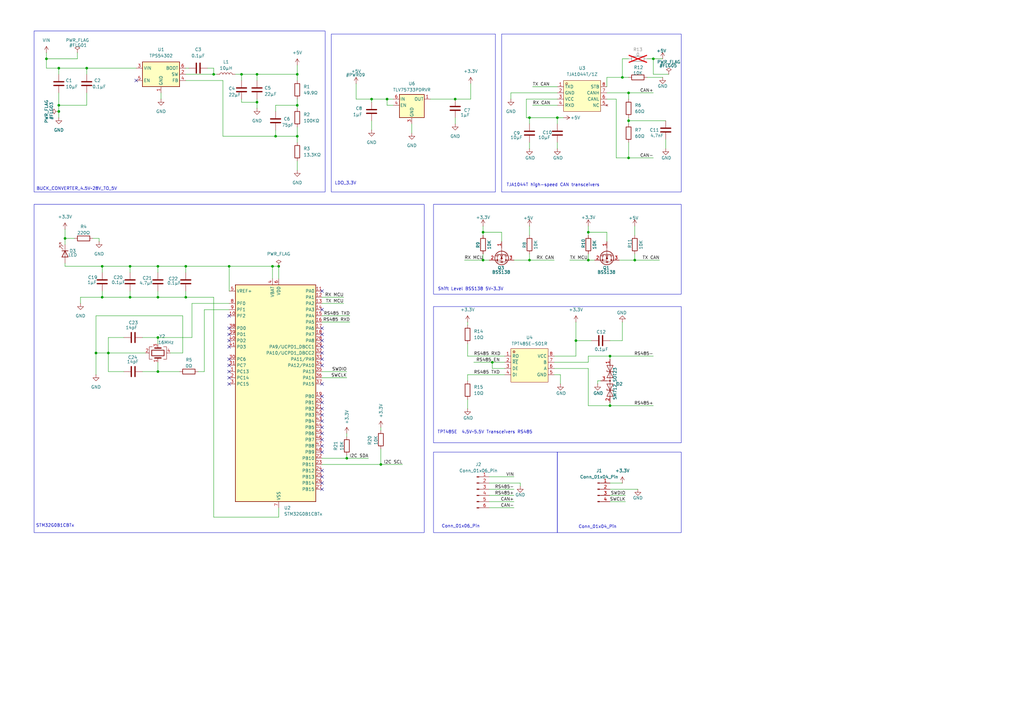
<source format=kicad_sch>
(kicad_sch (version 20231120) (generator "eeschema") (generator_version "8.0")
  (paper "A3")
  (title_block (title "Intern TransTRACK") (date "2025-02-12"))
  (lib_symbols
    (symbol "Connector:Conn_01x04_Pin" (pin_names (offset 1.016) hide)
      (property "Reference" "J" (at 0 5.08 0))
      (property "Value" "Conn_01x04_Pin" (at 0 -7.62 0))
      (symbol "Conn_01x04_Pin_1_1"
        (pin passive line (at 5.08 2.54 180) (length 3.81) (name "Pin_1") (number "1"))
        (pin passive line (at 5.08 0 180) (length 3.81) (name "Pin_2") (number "2"))
        (pin passive line (at 5.08 -2.54 180) (length 3.81) (name "Pin_3") (number "3"))
        (pin passive line (at 5.08 -5.08 180) (length 3.81) (name "Pin_4") (number "4"))
      )
    )
    (symbol "Connector:Conn_01x06_Pin" (pin_names (offset 1.016) hide)
      (property "Reference" "J" (at 0 7.62 0))
      (property "Value" "Conn_01x06_Pin" (at 0 -10.16 0))
      (symbol "Conn_01x06_Pin_1_1"
        (pin passive line (at 5.08 5.08 180) (length 3.81) (name "Pin_1") (number "1"))
        (pin passive line (at 5.08 2.54 180) (length 3.81) (name "Pin_2") (number "2"))
        (pin passive line (at 5.08 0 180) (length 3.81) (name "Pin_3") (number "3"))
        (pin passive line (at 5.08 -2.54 180) (length 3.81) (name "Pin_4") (number "4"))
        (pin passive line (at 5.08 -5.08 180) (length 3.81) (name "Pin_5") (number "5"))
        (pin passive line (at 5.08 -7.62 180) (length 3.81) (name "Pin_6") (number "6"))
      )
    )
    (symbol "Device:C" (pin_numbers hide) (pin_names (offset 0.254))
      (property "Reference" "C" (at 0.635 2.54 0))
      (property "Value" "C" (at 0.635 -2.54 0))
      (symbol "C_1_1"
        (pin passive line (at 0 3.81 270) (length 2.794) (name "~") (number "1"))
        (pin passive line (at 0 -3.81 90) (length 2.794) (name "~") (number "2"))
      )
    )
    (symbol "Device:Crystal_GND24" (pin_names (offset 1.016) hide)
      (property "Reference" "Y" (at 3.175 5.08 0))
      (property "Value" "Crystal_GND24" (at 3.175 3.175 0))
      (symbol "Crystal_GND24_1_1"
        (pin passive line (at -3.81 0 0) (length 1.27) (name "1") (number "1"))
        (pin passive line (at 0 5.08 270) (length 1.27) (name "2") (number "2"))
        (pin passive line (at 3.81 0 180) (length 1.27) (name "3") (number "3"))
        (pin passive line (at 0 -5.08 90) (length 1.27) (name "4") (number "4"))
      )
    )
    (symbol "Device:L" (pin_numbers hide) (pin_names (offset 1.016) hide)
      (property "Reference" "L" (at -1.27 0 90))
      (property "Value" "L" (at 1.905 0 90))
      (symbol "L_1_1"
        (pin passive line (at 0 3.81 270) (length 1.27) (name "1") (number "1"))
        (pin passive line (at 0 -3.81 90) (length 1.27) (name "2") (number "2"))
      )
    )
    (symbol "Device:LED" (pin_numbers hide) (pin_names (offset 1.016) hide)
      (property "Reference" "D" (at 0 2.54 0))
      (property "Value" "LED" (at 0 -2.54 0))
      (symbol "LED_1_1"
        (pin passive line (at -3.81 0 0) (length 2.54) (name "K") (number "1"))
        (pin passive line (at 3.81 0 180) (length 2.54) (name "A") (number "2"))
      )
    )
    (symbol "Device:R" (pin_numbers hide) (pin_names (offset 0))
      (property "Reference" "R" (at 2.032 0 90))
      (property "Value" "R" (at 0 0 90))
      (symbol "R_1_1"
        (pin passive line (at 0 3.81 270) (length 1.27) (name "~") (number "1"))
        (pin passive line (at 0 -3.81 90) (length 1.27) (name "~") (number "2"))
      )
    )
    (symbol "Diode:SM712_SOT23" (pin_names (offset 1.016) hide)
      (property "Reference" "D" (at 0 4.445 0))
      (property "Value" "SM712_SOT23" (at 0 2.54 0))
      (symbol "SM712_SOT23_1_1"
        (pin passive line (at -8.89 0 0) (length 2.54) (name "A1") (number "1"))
        (pin passive line (at 8.89 0 180) (length 2.54) (name "A2") (number "2"))
        (pin input line (at 0 -3.81 90) (length 2.54) (name "common") (number "3"))
      )
    )
    (symbol "MCU_ST_STM32G0:STM32G0B1CBTx"
      (property "Reference" "U" (at -15.24 46.99 0))
      (property "Value" "STM32G0B1CBTx" (at 5.08 46.99 0))
      (symbol "STM32G0B1CBTx_1_1"
        (pin bidirectional line (at -17.78 10.16 0) (length 2.54) (name "PC13") (number "1"))
        (pin bidirectional line (at -17.78 33.02 0) (length 2.54) (name "PF2") (number "10"))
        (pin bidirectional line (at 20.32 43.18 180) (length 2.54) (name "PA0") (number "11"))
        (pin bidirectional line (at 20.32 40.64 180) (length 2.54) (name "PA1") (number "12"))
        (pin bidirectional line (at 20.32 38.1 180) (length 2.54) (name "PA2") (number "13"))
        (pin bidirectional line (at 20.32 35.56 180) (length 2.54) (name "PA3") (number "14"))
        (pin bidirectional line (at 20.32 33.02 180) (length 2.54) (name "PA4") (number "15"))
        (pin bidirectional line (at 20.32 30.48 180) (length 2.54) (name "PA5") (number "16"))
        (pin bidirectional line (at 20.32 27.94 180) (length 2.54) (name "PA6") (number "17"))
        (pin bidirectional line (at 20.32 25.4 180) (length 2.54) (name "PA7") (number "18"))
        (pin bidirectional line (at 20.32 0 180) (length 2.54) (name "PB0") (number "19"))
        (pin bidirectional line (at -17.78 7.62 0) (length 2.54) (name "PC14") (number "2"))
        (pin bidirectional line (at 20.32 -2.54 180) (length 2.54) (name "PB1") (number "20"))
        (pin bidirectional line (at 20.32 -5.08 180) (length 2.54) (name "PB2") (number "21"))
        (pin bidirectional line (at 20.32 -25.4 180) (length 2.54) (name "PB10") (number "22"))
        (pin bidirectional line (at 20.32 -27.94 180) (length 2.54) (name "PB11") (number "23"))
        (pin bidirectional line (at 20.32 -30.48 180) (length 2.54) (name "PB12") (number "24"))
        (pin bidirectional line (at 20.32 -33.02 180) (length 2.54) (name "PB13") (number "25"))
        (pin bidirectional line (at 20.32 -35.56 180) (length 2.54) (name "PB14") (number "26"))
        (pin bidirectional line (at 20.32 -38.1 180) (length 2.54) (name "PB15") (number "27"))
        (pin bidirectional line (at 20.32 22.86 180) (length 2.54) (name "PA8") (number "28"))
        (pin bidirectional line (at 20.32 20.32 180) (length 2.54) (name "PA9/UCPD1_DBCC1") (number "29"))
        (pin bidirectional line (at -17.78 5.08 0) (length 2.54) (name "PC15") (number "3"))
        (pin bidirectional line (at -17.78 15.24 0) (length 2.54) (name "PC6") (number "30"))
        (pin bidirectional line (at -17.78 12.7 0) (length 2.54) (name "PC7") (number "31"))
        (pin bidirectional line (at 20.32 17.78 180) (length 2.54) (name "PA10/UCPD1_DBCC2") (number "32"))
        (pin bidirectional line (at 20.32 15.24 180) (length 2.54) (name "PA11/PA9") (number "33"))
        (pin bidirectional line (at 20.32 12.7 180) (length 2.54) (name "PA12/PA10") (number "34"))
        (pin bidirectional line (at 20.32 10.16 180) (length 2.54) (name "PA13") (number "35"))
        (pin bidirectional line (at 20.32 7.62 180) (length 2.54) (name "PA14") (number "36"))
        (pin bidirectional line (at 20.32 5.08 180) (length 2.54) (name "PA15") (number "37"))
        (pin bidirectional line (at -17.78 27.94 0) (length 2.54) (name "PD0") (number "38"))
        (pin bidirectional line (at -17.78 25.4 0) (length 2.54) (name "PD1") (number "39"))
        (pin power_in line (at 0 48.26 270) (length 2.54) (name "VBAT") (number "4"))
        (pin bidirectional line (at -17.78 22.86 0) (length 2.54) (name "PD2") (number "40"))
        (pin bidirectional line (at -17.78 20.32 0) (length 2.54) (name "PD3") (number "41"))
        (pin bidirectional line (at 20.32 -7.62 180) (length 2.54) (name "PB3") (number "42"))
        (pin bidirectional line (at 20.32 -10.16 180) (length 2.54) (name "PB4") (number "43"))
        (pin bidirectional line (at 20.32 -12.7 180) (length 2.54) (name "PB5") (number "44"))
        (pin bidirectional line (at 20.32 -15.24 180) (length 2.54) (name "PB6") (number "45"))
        (pin bidirectional line (at 20.32 -17.78 180) (length 2.54) (name "PB7") (number "46"))
        (pin bidirectional line (at 20.32 -20.32 180) (length 2.54) (name "PB8") (number "47"))
        (pin bidirectional line (at 20.32 -22.86 180) (length 2.54) (name "PB9") (number "48"))
        (pin input line (at -17.78 43.18 0) (length 2.54) (name "VREF+") (number "5"))
        (pin power_in line (at 2.54 48.26 270) (length 2.54) (name "VDD") (number "6"))
        (pin power_in line (at 2.54 -45.72 90) (length 2.54) (name "VSS") (number "7"))
        (pin bidirectional line (at -17.78 38.1 0) (length 2.54) (name "PF0") (number "8"))
        (pin bidirectional line (at -17.78 35.56 0) (length 2.54) (name "PF1") (number "9"))
      )
    )
    (symbol "Regulator_Linear:TLV75733PDRV" (pin_names (offset 0.254))
      (property "Reference" "U" (at -3.81 5.715 0))
      (property "Value" "TLV75733PDRV" (at 0 5.715 0))
      (symbol "TLV75733PDRV_1_1"
        (pin power_out line (at 7.62 2.54 180) (length 2.54) (name "OUT") (number "1"))
        (pin no_connect line (at 5.08 0 180) (length 2.54) hide (name "NC") (number "2"))
        (pin power_in line (at 0 -7.62 90) (length 2.54) (name "GND") (number "3"))
        (pin input line (at -7.62 0 0) (length 2.54) (name "EN") (number "4"))
        (pin no_connect line (at 5.08 -2.54 180) (length 2.54) hide (name "NC") (number "5"))
        (pin power_in line (at -7.62 2.54 0) (length 2.54) (name "IN") (number "6"))
        (pin passive line (at 0 -7.62 90) (length 2.54) hide (name "GND") (number "7"))
      )
    )
    (symbol "Regulator_Switching:TPS54302"
      (property "Reference" "U" (at -7.62 6.35 0))
      (property "Value" "TPS54302" (at 0 6.35 0))
      (symbol "TPS54302_1_1"
        (pin power_in line (at 0 -7.62 90) (length 2.54) (name "GND") (number "1"))
        (pin power_out line (at 10.16 0 180) (length 2.54) (name "SW") (number "2"))
        (pin power_in line (at -10.16 2.54 0) (length 2.54) (name "VIN") (number "3"))
        (pin input line (at 10.16 -2.54 180) (length 2.54) (name "FB") (number "4"))
        (pin input line (at -10.16 -2.54 0) (length 2.54) (name "EN") (number "5"))
        (pin passive line (at 10.16 2.54 180) (length 2.54) (name "BOOT") (number "6"))
      )
    )
    (symbol "TJA1044T:TJA1044T_1Z"
      (property "Reference" "U" (at 0 8.89 0))
      (property "Value" "TJA1044T/1Z" (at 0 -8.89 0))
      (symbol "TJA1044T_1Z_0_1"
        (pin power_in line (at -10.16 1.27 0) (length 2.54) (name "GND") (number "2"))
        (pin power_in line (at -10.16 -1.27 0) (length 2.54) (name "VCC") (number "3"))
        (pin bidirectional line (at -10.16 -3.81 0) (length 2.54) (name "RXD") (number "4"))
        (pin no_connect line (at 10.16 -3.81 180) (length 2.54) (name "NC") (number "5"))
        (pin bidirectional line (at 10.16 -1.27 180) (length 2.54) (name "CANL") (number "6"))
        (pin bidirectional line (at 10.16 1.27 180) (length 2.54) (name "CANH") (number "7"))
        (pin bidirectional line (at 10.16 3.81 180) (length 2.54) (name "STB") (number "8"))
      )
      (symbol "TJA1044T_1Z_1_1"
        (pin bidirectional line (at -10.16 3.81 0) (length 2.54) (name "TXD") (number "1"))
      )
    )
    (symbol "TPT485E-SO1R:TPT485E-SO1R"
      (property "Reference" "U" (at 0 10.16 0))
      (property "Value" "TPT485E-SO1R" (at 0 -7.62 0))
      (symbol "TPT485E-SO1R_0_1"
        (pin bidirectional line (at -10.16 5.08 0) (length 2.54) (name "RO") (number "1"))
        (pin bidirectional line (at -10.16 2.54 0) (length 2.54) (name "~{RE}") (number "2"))
        (pin bidirectional line (at -10.16 0 0) (length 2.54) (name "DE") (number "3"))
        (pin bidirectional line (at -10.16 -2.54 0) (length 2.54) (name "DI") (number "4"))
        (pin power_in line (at 10.16 -2.54 180) (length 2.54) (name "GND") (number "5"))
        (pin bidirectional line (at 10.16 0 180) (length 2.54) (name "A") (number "6"))
        (pin bidirectional line (at 10.16 2.54 180) (length 2.54) (name "B") (number "7"))
        (pin power_in line (at 10.16 5.08 180) (length 2.54) (name "VCC") (number "8"))
      )
    )
    (symbol "Transistor_FET:BSS138" (pin_names hide)
      (property "Reference" "Q" (at 5.08 1.905 0))
      (property "Value" "BSS138" (at 5.08 0 0))
      (symbol "BSS138_1_1"
        (pin input line (at -5.08 0 0) (length 2.54) (name "G") (number "1"))
        (pin passive line (at 2.54 -5.08 90) (length 2.54) (name "S") (number "2"))
        (pin passive line (at 2.54 5.08 270) (length 2.54) (name "D") (number "3"))
      )
    )
    (symbol "power:+3.3V" (power) (pin_numbers hide) (pin_names (offset 0) hide)
      (property "Value" "+3.3V" (at 0 3.556 0))
      (symbol "+3.3V_1_1"
        (pin power_in line (at 0 0 90) (length 0) (name "~") (number "1"))
      )
    )
    (symbol "power:+5V" (power) (pin_numbers hide) (pin_names (offset 0) hide)
      (property "Value" "+5V" (at 0 3.556 0))
      (symbol "+5V_1_1"
        (pin power_in line (at 0 0 90) (length 0) (name "~") (number "1"))
      )
    )
    (symbol "power:+8V" (power) (pin_numbers hide) (pin_names (offset 0) hide)
      (property "Value" "+8V" (at 0 3.556 0))
      (symbol "+8V_1_1"
        (pin power_in line (at 0 0 90) (length 0) (name "~") (number "1"))
      )
    )
    (symbol "power:GND" (power) (pin_numbers hide) (pin_names (offset 0) hide)
      (property "Value" "GND" (at 0 -3.81 0))
      (symbol "GND_1_1"
        (pin power_in line (at 0 0 270) (length 0) (name "~") (number "1"))
      )
    )
    (symbol "power:PWR_FLAG" (power) (pin_numbers hide) (pin_names (offset 0) hide)
      (property "Value" "PWR_FLAG" (at 0 3.81 0))
      (symbol "PWR_FLAG_0_0"
        (pin power_out line (at 0 0 90) (length 0) (name "~") (number "1"))
      )
    )
  )
  (junction (at 64.77 109.22))
  (junction (at 113.03 55.88))
  (junction (at 121.92 43.18))
  (junction (at 250.19 166.37))
  (junction (at 105.41 41.91))
  (junction (at 105.41 30.48))
  (junction (at 255.27 31.75))
  (junction (at 198.12 106.68))
  (junction (at 39.37 144.78))
  (junction (at 257.81 49.53))
  (junction (at 198.12 95.25))
  (junction (at 142.24 187.96))
  (junction (at 156.21 190.5))
  (junction (at 76.2 121.92))
  (junction (at 217.17 48.26))
  (junction (at 236.22 139.7))
  (junction (at 44.45 144.78))
  (junction (at 99.06 30.48))
  (junction (at 24.13 45.72))
  (junction (at 152.4 40.64))
  (junction (at 64.77 152.4))
  (junction (at 93.98 109.22))
  (junction (at 53.34 121.92))
  (junction (at 186.69 40.64))
  (junction (at 87.63 30.48))
  (junction (at 76.2 109.22))
  (junction (at 19.05 24.13))
  (junction (at 158.75 40.64))
  (junction (at 260.35 106.68))
  (junction (at 250.19 146.05))
  (junction (at 64.77 138.43))
  (junction (at 217.17 106.68))
  (junction (at 267.97 24.13))
  (junction (at 121.92 30.48))
  (junction (at 26.67 97.79))
  (junction (at 257.81 38.1))
  (junction (at 257.81 64.77))
  (junction (at 241.3 106.68))
  (junction (at 35.56 27.94))
  (junction (at 121.92 55.88))
  (junction (at 111.76 109.22))
  (junction (at 24.13 27.94))
  (junction (at 64.77 121.92))
  (junction (at 53.34 109.22))
  (junction (at 24.13 43.18))
  (junction (at 41.91 109.22))
  (junction (at 41.91 121.92))
  (junction (at 228.6 48.26))
  (junction (at 241.3 95.25))
  (junction (at 201.93 148.59))
  (junction (at 114.3 109.22))
  (no_connect (at 132.08 182.88))
  (no_connect (at 132.08 198.12))
  (no_connect (at 93.98 137.16))
  (no_connect (at 132.08 162.56))
  (no_connect (at 93.98 142.24))
  (no_connect (at 132.08 127))
  (no_connect (at 132.08 142.24))
  (no_connect (at 132.08 144.78))
  (no_connect (at 132.08 119.38))
  (no_connect (at 132.08 157.48))
  (no_connect (at 93.98 152.4))
  (no_connect (at 132.08 149.86))
  (no_connect (at 132.08 167.64))
  (no_connect (at 132.08 193.04))
  (no_connect (at 132.08 137.16))
  (no_connect (at 132.08 170.18))
  (no_connect (at 132.08 139.7))
  (no_connect (at 93.98 154.94))
  (no_connect (at 132.08 165.1))
  (no_connect (at 55.88 33.02))
  (no_connect (at 132.08 147.32))
  (no_connect (at 93.98 139.7))
  (no_connect (at 132.08 175.26))
  (no_connect (at 132.08 185.42))
  (no_connect (at 132.08 200.66))
  (no_connect (at 93.98 129.54))
  (no_connect (at 93.98 147.32))
  (no_connect (at 93.98 134.62))
  (no_connect (at 132.08 134.62))
  (no_connect (at 132.08 172.72))
  (no_connect (at 93.98 149.86))
  (no_connect (at 132.08 195.58))
  (no_connect (at 132.08 180.34))
  (no_connect (at 93.98 157.48))
  (no_connect (at 132.08 177.8))
  (wire (pts (xy 271.78 31.75) (xy 265.43 31.75)))
  (wire (pts (xy 250.19 198.12) (xy 255.27 198.12)))
  (wire (pts (xy 87.63 121.92) (xy 87.63 212.09)))
  (wire (pts (xy 236.22 132.08) (xy 236.22 139.7)))
  (wire (pts (xy 33.02 121.92) (xy 33.02 124.46)))
  (wire (pts (xy 260.35 106.68) (xy 254 106.68)))
  (wire (pts (xy 83.82 127) (xy 83.82 152.4)))
  (wire (pts (xy 99.06 30.48) (xy 105.41 30.48)))
  (wire (pts (xy 41.91 119.38) (xy 41.91 121.92)))
  (wire (pts (xy 227.33 151.13) (xy 241.3 151.13)))
  (wire (pts (xy 132.08 132.08) (xy 143.51 132.08)))
  (wire (pts (xy 241.3 146.05) (xy 250.19 146.05)))
  (wire (pts (xy 41.91 109.22) (xy 41.91 111.76)))
  (wire (pts (xy 114.3 114.3) (xy 114.3 109.22)))
  (wire (pts (xy 44.45 144.78) (xy 59.69 144.78)))
  (wire (pts (xy 210.82 205.74) (xy 200.66 205.74)))
  (wire (pts (xy 198.12 96.52) (xy 198.12 95.25)))
  (wire (pts (xy 114.3 109.22) (xy 111.76 109.22)))
  (wire (pts (xy 87.63 27.94) (xy 87.63 30.48)))
  (wire (pts (xy 76.2 109.22) (xy 93.98 109.22)))
  (wire (pts (xy 113.03 43.18) (xy 113.03 45.72)))
  (wire (pts (xy 198.12 95.25) (xy 198.12 92.71)))
  (wire (pts (xy 99.06 41.91) (xy 105.41 41.91)))
  (wire (pts (xy 176.53 40.64) (xy 186.69 40.64)))
  (wire (pts (xy 210.82 203.2) (xy 200.66 203.2)))
  (wire (pts (xy 271.78 24.13) (xy 267.97 24.13)))
  (wire (pts (xy 241.3 151.13) (xy 241.3 166.37)))
  (wire (pts (xy 140.97 121.92) (xy 132.08 121.92)))
  (wire (pts (xy 24.13 38.1) (xy 24.13 43.18)))
  (wire (pts (xy 156.21 190.5) (xy 156.21 184.15)))
  (wire (pts (xy 69.85 144.78) (xy 74.93 144.78)))
  (wire (pts (xy 215.9 40.64) (xy 215.9 48.26)))
  (wire (pts (xy 35.56 27.94) (xy 35.56 30.48)))
  (wire (pts (xy 248.92 40.64) (xy 252.73 40.64)))
  (wire (pts (xy 53.34 109.22) (xy 41.91 109.22)))
  (wire (pts (xy 257.81 64.77) (xy 257.81 58.42)))
  (wire (pts (xy 105.41 33.02) (xy 105.41 30.48)))
  (wire (pts (xy 64.77 121.92) (xy 53.34 121.92)))
  (wire (pts (xy 255.27 24.13) (xy 255.27 31.75)))
  (wire (pts (xy 105.41 30.48) (xy 121.92 30.48)))
  (wire (pts (xy 236.22 139.7) (xy 242.57 139.7)))
  (wire (pts (xy 227.33 148.59) (xy 241.3 148.59)))
  (wire (pts (xy 158.75 40.64) (xy 161.29 40.64)))
  (wire (pts (xy 250.19 146.05) (xy 250.19 147.32)))
  (wire (pts (xy 35.56 38.1) (xy 35.56 43.18)))
  (wire (pts (xy 250.19 166.37) (xy 267.97 166.37)))
  (wire (pts (xy 241.3 166.37) (xy 250.19 166.37)))
  (wire (pts (xy 190.5 106.68) (xy 198.12 106.68)))
  (wire (pts (xy 66.04 40.64) (xy 66.04 38.1)))
  (wire (pts (xy 35.56 27.94) (xy 55.88 27.94)))
  (wire (pts (xy 132.08 187.96) (xy 142.24 187.96)))
  (wire (pts (xy 152.4 49.53) (xy 152.4 53.34)))
  (wire (pts (xy 260.35 104.14) (xy 260.35 106.68)))
  (wire (pts (xy 257.81 64.77) (xy 267.97 64.77)))
  (wire (pts (xy 78.74 124.46) (xy 78.74 138.43)))
  (wire (pts (xy 64.77 111.76) (xy 64.77 109.22)))
  (wire (pts (xy 273.05 49.53) (xy 257.81 49.53)))
  (wire (pts (xy 87.63 212.09) (xy 114.3 212.09)))
  (wire (pts (xy 210.82 195.58) (xy 200.66 195.58)))
  (wire (pts (xy 217.17 48.26) (xy 228.6 48.26)))
  (wire (pts (xy 257.81 48.26) (xy 257.81 49.53)))
  (wire (pts (xy 158.75 40.64) (xy 158.75 43.18)))
  (wire (pts (xy 250.19 203.2) (xy 256.54 203.2)))
  (wire (pts (xy 64.77 138.43) (xy 78.74 138.43)))
  (wire (pts (xy 217.17 50.8) (xy 217.17 48.26)))
  (wire (pts (xy 241.3 106.68) (xy 243.84 106.68)))
  (wire (pts (xy 168.91 54.61) (xy 168.91 50.8)))
  (wire (pts (xy 58.42 138.43) (xy 64.77 138.43)))
  (wire (pts (xy 26.67 109.22) (xy 41.91 109.22)))
  (wire (pts (xy 191.77 140.97) (xy 191.77 146.05)))
  (wire (pts (xy 93.98 124.46) (xy 78.74 124.46)))
  (wire (pts (xy 191.77 167.64) (xy 191.77 163.83)))
  (wire (pts (xy 85.09 27.94) (xy 87.63 27.94)))
  (wire (pts (xy 30.48 97.79) (xy 26.67 97.79)))
  (wire (pts (xy 19.05 21.59) (xy 19.05 24.13)))
  (wire (pts (xy 255.27 132.08) (xy 255.27 139.7)))
  (wire (pts (xy 50.8 152.4) (xy 44.45 152.4)))
  (wire (pts (xy 248.92 38.1) (xy 257.81 38.1)))
  (wire (pts (xy 31.75 21.59) (xy 31.75 24.13)))
  (wire (pts (xy 209.55 38.1) (xy 209.55 40.64)))
  (wire (pts (xy 53.34 121.92) (xy 41.91 121.92)))
  (wire (pts (xy 96.52 30.48) (xy 99.06 30.48)))
  (wire (pts (xy 245.11 156.21) (xy 246.38 156.21)))
  (wire (pts (xy 156.21 190.5) (xy 165.1 190.5)))
  (wire (pts (xy 217.17 106.68) (xy 210.82 106.68)))
  (wire (pts (xy 191.77 153.67) (xy 191.77 156.21)))
  (wire (pts (xy 93.98 109.22) (xy 111.76 109.22)))
  (wire (pts (xy 132.08 154.94) (xy 142.24 154.94)))
  (wire (pts (xy 113.03 55.88) (xy 121.92 55.88)))
  (wire (pts (xy 152.4 40.64) (xy 146.05 40.64)))
  (wire (pts (xy 250.19 139.7) (xy 255.27 139.7)))
  (wire (pts (xy 93.98 109.22) (xy 93.98 119.38)))
  (wire (pts (xy 241.3 96.52) (xy 241.3 95.25)))
  (wire (pts (xy 161.29 43.18) (xy 158.75 43.18)))
  (wire (pts (xy 191.77 153.67) (xy 207.01 153.67)))
  (wire (pts (xy 248.92 31.75) (xy 248.92 35.56)))
  (wire (pts (xy 24.13 45.72) (xy 24.13 48.26)))
  (wire (pts (xy 24.13 27.94) (xy 35.56 27.94)))
  (wire (pts (xy 260.35 96.52) (xy 260.35 92.71)))
  (wire (pts (xy 58.42 152.4) (xy 64.77 152.4)))
  (wire (pts (xy 228.6 50.8) (xy 228.6 48.26)))
  (wire (pts (xy 250.19 200.66) (xy 261.62 200.66)))
  (wire (pts (xy 191.77 146.05) (xy 207.01 146.05)))
  (wire (pts (xy 26.67 100.33) (xy 26.67 97.79)))
  (wire (pts (xy 76.2 121.92) (xy 64.77 121.92)))
  (wire (pts (xy 217.17 96.52) (xy 217.17 92.71)))
  (wire (pts (xy 257.81 38.1) (xy 267.97 38.1)))
  (wire (pts (xy 241.3 148.59) (xy 241.3 146.05)))
  (wire (pts (xy 146.05 34.29) (xy 146.05 40.64)))
  (wire (pts (xy 44.45 138.43) (xy 50.8 138.43)))
  (wire (pts (xy 200.66 208.28) (xy 210.82 208.28)))
  (wire (pts (xy 273.05 57.15) (xy 273.05 60.96)))
  (wire (pts (xy 44.45 152.4) (xy 44.45 144.78)))
  (wire (pts (xy 39.37 144.78) (xy 44.45 144.78)))
  (wire (pts (xy 35.56 43.18) (xy 24.13 43.18)))
  (wire (pts (xy 121.92 43.18) (xy 121.92 44.45)))
  (wire (pts (xy 91.44 55.88) (xy 113.03 55.88)))
  (wire (pts (xy 91.44 33.02) (xy 91.44 55.88)))
  (wire (pts (xy 229.87 153.67) (xy 229.87 157.48)))
  (wire (pts (xy 198.12 95.25) (xy 205.74 95.25)))
  (wire (pts (xy 218.44 35.56) (xy 228.6 35.56)))
  (wire (pts (xy 245.11 156.21) (xy 245.11 157.48)))
  (wire (pts (xy 113.03 53.34) (xy 113.03 55.88)))
  (wire (pts (xy 142.24 186.69) (xy 142.24 187.96)))
  (wire (pts (xy 87.63 30.48) (xy 88.9 30.48)))
  (wire (pts (xy 205.74 99.06) (xy 205.74 95.25)))
  (wire (pts (xy 233.68 106.68) (xy 241.3 106.68)))
  (wire (pts (xy 217.17 58.42) (xy 217.17 60.96)))
  (wire (pts (xy 132.08 129.54) (xy 143.51 129.54)))
  (wire (pts (xy 252.73 64.77) (xy 257.81 64.77)))
  (wire (pts (xy 191.77 132.08) (xy 191.77 133.35)))
  (wire (pts (xy 41.91 121.92) (xy 33.02 121.92)))
  (wire (pts (xy 74.93 144.78) (xy 74.93 129.54)))
  (wire (pts (xy 257.81 38.1) (xy 257.81 40.64)))
  (wire (pts (xy 209.55 38.1) (xy 228.6 38.1)))
  (wire (pts (xy 194.31 148.59) (xy 201.93 148.59)))
  (wire (pts (xy 200.66 198.12) (xy 213.36 198.12)))
  (wire (pts (xy 201.93 148.59) (xy 207.01 148.59)))
  (wire (pts (xy 26.67 107.95) (xy 26.67 109.22)))
  (wire (pts (xy 19.05 27.94) (xy 24.13 27.94)))
  (wire (pts (xy 186.69 48.26) (xy 186.69 50.8)))
  (wire (pts (xy 227.33 146.05) (xy 236.22 146.05)))
  (wire (pts (xy 24.13 43.18) (xy 24.13 45.72)))
  (wire (pts (xy 274.32 30.48) (xy 267.97 30.48)))
  (wire (pts (xy 76.2 33.02) (xy 91.44 33.02)))
  (wire (pts (xy 113.03 43.18) (xy 121.92 43.18)))
  (wire (pts (xy 121.92 40.64) (xy 121.92 43.18)))
  (wire (pts (xy 53.34 119.38) (xy 53.34 121.92)))
  (wire (pts (xy 121.92 52.07) (xy 121.92 55.88)))
  (wire (pts (xy 193.04 40.64) (xy 186.69 40.64)))
  (wire (pts (xy 132.08 190.5) (xy 156.21 190.5)))
  (wire (pts (xy 255.27 24.13) (xy 257.81 24.13)))
  (wire (pts (xy 260.35 106.68) (xy 270.51 106.68)))
  (wire (pts (xy 201.93 151.13) (xy 207.01 151.13)))
  (wire (pts (xy 217.17 106.68) (xy 227.33 106.68)))
  (wire (pts (xy 76.2 27.94) (xy 77.47 27.94)))
  (wire (pts (xy 198.12 106.68) (xy 200.66 106.68)))
  (wire (pts (xy 267.97 24.13) (xy 265.43 24.13)))
  (wire (pts (xy 111.76 109.22) (xy 111.76 114.3)))
  (wire (pts (xy 39.37 129.54) (xy 74.93 129.54)))
  (wire (pts (xy 218.44 43.18) (xy 228.6 43.18)))
  (wire (pts (xy 255.27 31.75) (xy 248.92 31.75)))
  (wire (pts (xy 250.19 146.05) (xy 267.97 146.05)))
  (wire (pts (xy 198.12 106.68) (xy 198.12 104.14)))
  (wire (pts (xy 19.05 24.13) (xy 31.75 24.13)))
  (wire (pts (xy 156.21 175.26) (xy 156.21 176.53)))
  (wire (pts (xy 257.81 49.53) (xy 257.81 50.8)))
  (wire (pts (xy 201.93 148.59) (xy 201.93 151.13)))
  (wire (pts (xy 39.37 129.54) (xy 39.37 144.78)))
  (wire (pts (xy 64.77 138.43) (xy 64.77 140.97)))
  (wire (pts (xy 76.2 111.76) (xy 76.2 109.22)))
  (wire (pts (xy 228.6 48.26) (xy 231.14 48.26)))
  (wire (pts (xy 76.2 30.48) (xy 87.63 30.48)))
  (wire (pts (xy 248.92 99.06) (xy 248.92 95.25)))
  (wire (pts (xy 121.92 26.67) (xy 121.92 30.48)))
  (wire (pts (xy 241.3 95.25) (xy 248.92 95.25)))
  (wire (pts (xy 39.37 144.78) (xy 39.37 153.67)))
  (wire (pts (xy 99.06 30.48) (xy 99.06 33.02)))
  (wire (pts (xy 215.9 40.64) (xy 228.6 40.64)))
  (wire (pts (xy 64.77 109.22) (xy 53.34 109.22)))
  (wire (pts (xy 105.41 41.91) (xy 105.41 40.64)))
  (wire (pts (xy 250.19 205.74) (xy 256.54 205.74)))
  (wire (pts (xy 99.06 40.64) (xy 99.06 41.91)))
  (wire (pts (xy 121.92 55.88) (xy 121.92 58.42)))
  (wire (pts (xy 241.3 106.68) (xy 241.3 104.14)))
  (wire (pts (xy 252.73 40.64) (xy 252.73 64.77)))
  (wire (pts (xy 213.36 199.39) (xy 213.36 198.12)))
  (wire (pts (xy 255.27 31.75) (xy 257.81 31.75)))
  (wire (pts (xy 93.98 127) (xy 83.82 127)))
  (wire (pts (xy 267.97 30.48) (xy 267.97 24.13)))
  (wire (pts (xy 81.28 152.4) (xy 83.82 152.4)))
  (wire (pts (xy 142.24 177.8) (xy 142.24 179.07)))
  (wire (pts (xy 64.77 119.38) (xy 64.77 121.92)))
  (wire (pts (xy 227.33 153.67) (xy 229.87 153.67)))
  (wire (pts (xy 76.2 119.38) (xy 76.2 121.92)))
  (wire (pts (xy 132.08 124.46) (xy 140.97 124.46)))
  (wire (pts (xy 121.92 66.04) (xy 121.92 69.85)))
  (wire (pts (xy 38.1 97.79) (xy 40.64 97.79)))
  (wire (pts (xy 193.04 34.29) (xy 193.04 40.64)))
  (wire (pts (xy 26.67 93.98) (xy 26.67 97.79)))
  (wire (pts (xy 53.34 111.76) (xy 53.34 109.22)))
  (wire (pts (xy 132.08 152.4) (xy 142.24 152.4)))
  (wire (pts (xy 76.2 109.22) (xy 64.77 109.22)))
  (wire (pts (xy 142.24 187.96) (xy 151.13 187.96)))
  (wire (pts (xy 152.4 40.64) (xy 152.4 41.91)))
  (wire (pts (xy 236.22 139.7) (xy 236.22 146.05)))
  (wire (pts (xy 217.17 104.14) (xy 217.17 106.68)))
  (wire (pts (xy 24.13 30.48) (xy 24.13 27.94)))
  (wire (pts (xy 114.3 212.09) (xy 114.3 208.28)))
  (wire (pts (xy 228.6 58.42) (xy 228.6 60.96)))
  (wire (pts (xy 121.92 33.02) (xy 121.92 30.48)))
  (wire (pts (xy 241.3 95.25) (xy 241.3 92.71)))
  (wire (pts (xy 19.05 24.13) (xy 19.05 27.94)))
  (wire (pts (xy 210.82 200.66) (xy 200.66 200.66)))
  (wire (pts (xy 152.4 40.64) (xy 158.75 40.64)))
  (wire (pts (xy 215.9 48.26) (xy 217.17 48.26)))
  (wire (pts (xy 64.77 152.4) (xy 73.66 152.4)))
  (wire (pts (xy 76.2 121.92) (xy 87.63 121.92)))
  (wire (pts (xy 250.19 166.37) (xy 250.19 165.1)))
  (wire (pts (xy 105.41 41.91) (xy 105.41 44.45)))
  (wire (pts (xy 64.77 148.59) (xy 64.77 152.4)))
  (wire (pts (xy 40.64 97.79) (xy 40.64 99.06)))
  (wire (pts (xy 44.45 144.78) (xy 44.45 138.43)))
  (rectangle (start 205.74 13.97) (end 279.4 78.74))
  (rectangle (start 177.8 125.73) (end 279.4 181.61))
  (rectangle (start 177.8 185.42) (end 228.6 218.44))
  (rectangle (start 13.97 12.7) (end 133.35 78.74))
  (rectangle (start 228.6 185.42) (end 279.4 218.44))
  (rectangle (start 177.8 83.82) (end 279.4 120.65))
  (rectangle (start 135.89 13.97) (end 203.2 78.74))
  (rectangle (start 13.97 83.82) (end 173.99 218.44))
  (text "STM32G0B1CBTx" (at 22.606 215.646 0) (effects (font (size 1.27 1.27))))
  (text "TPT485E  4.5V~5.5V Transceivers RS485 " (at 199.39 177.292 0) (effects (font (size 1.27 1.27))))
  (text "TJA1044T high-speed CAN transceivers" (at 226.822 75.946 0) (effects (font (size 1.27 1.27))))
  (text "Shift Level BSS138 5V~3.3V" (at 193.04 118.618 0) (effects (font (size 1.27 1.27))))
  (text "Conn_01x04_Pin" (at 245.11 216.154 0) (effects (font (size 1.27 1.27))))
  (text "Conn_01x06_Pin" (at 188.976 215.9 0) (effects (font (size 1.27 1.27))))
  (text "BUCK_CONVERTER_4.5V~28V_TO_5V" (at 31.496 77.47 0) (effects (font (size 1.27 1.27))))
  (text "LDO_3.3V" (at 141.732 75.184 0) (effects (font (size 1.27 1.27))))
  (label "CAN-" (at 267.97 64.77 180))
  (label "RS485+" (at 267.97 166.37 180))
  (label "SWDIO" (at 142.24 152.4 180))
  (label "RS485-" (at 210.82 200.66 180))
  (label "RS485 TXD" (at 194.31 153.67 0))
  (label "RX CAN" (at 218.44 43.18 0))
  (label "SWDIO" (at 256.54 203.2 180))
  (label "I2C SCL" (at 165.1 190.5 180))
  (label "RX MCU" (at 190.5 106.68 0))
  (label "TX MCU" (at 140.97 124.46 180))
  (label "TX MCU" (at 233.68 106.68 0))
  (label "RS485-" (at 267.97 146.05 180))
  (label "CAN-" (at 210.82 208.28 180))
  (label "RS485+" (at 210.82 203.2 180))
  (label "TX CAN" (at 270.51 106.68 180))
  (label "RS485 TXD" (at 143.51 129.54 180))
  (label "CAN+" (at 210.82 205.74 180))
  (label "VIN" (at 210.82 195.58 180))
  (label "CAN+" (at 267.97 38.1 180))
  (label "SWCLK" (at 256.54 205.74 180))
  (label "SWCLK" (at 142.24 154.94 180))
  (label "RS485 RXD" (at 194.31 146.05 0))
  (label "TX CAN" (at 218.44 35.56 0))
  (label "RX MCU" (at 140.97 121.92 180))
  (label "RS485 RXD" (at 143.51 132.08 180))
  (label " RS485 EN" (at 194.31 148.59 0))
  (label "I2C SDA" (at 151.13 187.96 180))
  (label "RX CAN" (at 227.33 106.68 180))
  (symbol (lib_id "power:+5V") (at 121.92 26.67 0) (unit 1)
    (property "Reference" "#PWR013" (effects (hide yes)))
    (property "Value" "+5V" (at 121.92 21.59 0))
    (property "Description" "Power symbol creates a global label with name \"+5V\"" (effects (hide yes)))
  )
  (symbol (lib_id "power:GND") (at 213.36 199.39 0) (unit 1)
    (property "Reference" "#PWR011" (effects (hide yes)))
    (property "Value" "GND" (at 213.36 202.946 0))
    (property "Description" "Power symbol creates a global label with name \"GND\" , ground" (effects (hide yes)))
  )
  (symbol (lib_id "Device:C") (at 113.03 49.53 0) (unit 1)
    (property "Reference" "C6" (at 116.332 48.7679 0) (effects (justify left)))
    (property "Value" "75pF" (at 115.57 51.308 0) (effects (justify left)))
    (property "Footprint" "Capacitor_SMD:C_0805_2012Metric_Pad1.18x1.45mm_HandSolder" (effects (hide yes)))
    (property "Description" "Unpolarized capacitor" (effects (hide yes)))
  )
  (symbol (lib_id "Device:C") (at 217.17 54.61 0) (unit 1)
    (property "Reference" "C9" (at 210.566 54.61 0) (effects (justify left)))
    (property "Value" "10µF" (at 209.296 56.388 0) (effects (justify left)))
    (property "Footprint" "Capacitor_SMD:C_0805_2012Metric_Pad1.18x1.45mm_HandSolder" (effects (hide yes)))
    (property "Description" "Unpolarized capacitor" (effects (hide yes)))
  )
  (symbol (lib_id "power:+5V") (at 146.05 34.29 0) (mirror y) (unit 1)
    (property "Reference" "#PWR09" (at 145.796 30.734 0))
    (property "Value" "+5V" (at 146.05 29.21 0))
    (property "Description" "Power symbol creates a global label with name \"+5V\"" (effects (hide yes)))
  )
  (symbol (lib_id "power:GND") (at 105.41 44.45 0) (unit 1)
    (property "Reference" "#PWR05" (effects (hide yes)))
    (property "Value" "GND" (at 105.41 49.53 0))
    (property "Description" "Power symbol creates a global label with name \"GND\" , ground" (effects (hide yes)))
  )
  (symbol (lib_id "power:+3.3V") (at 193.04 34.29 0) (mirror y) (unit 1)
    (property "Reference" "#PWR010" (effects (hide yes)))
    (property "Value" "+3.3V" (at 193.04 29.21 0))
    (property "Description" "Power symbol creates a global label with name \"+3.3V\"" (effects (hide yes)))
  )
  (symbol (lib_id "power:GND") (at 217.17 60.96 0) (unit 1)
    (property "Reference" "#PWR023" (effects (hide yes)))
    (property "Value" "GND" (at 217.424 64.77 0))
    (property "Description" "Power symbol creates a global label with name \"GND\" , ground" (effects (hide yes)))
  )
  (symbol (lib_id "power:GND") (at 66.04 40.64 0) (unit 1)
    (property "Reference" "#PWR03" (effects (hide yes)))
    (property "Value" "GND" (at 66.04 45.72 0))
    (property "Description" "Power symbol creates a global label with name \"GND\" , ground" (effects (hide yes)))
  )
  (symbol (lib_id "power:GND") (at 245.11 157.48 0) (unit 1)
    (property "Reference" "#PWR026" (effects (hide yes)))
    (property "Value" "GND" (at 245.364 161.29 0))
    (property "Description" "Power symbol creates a global label with name \"GND\" , ground" (effects (hide yes)))
  )
  (symbol (lib_id "MCU_ST_STM32G0:STM32G0B1CBTx") (at 111.76 162.56 0) (unit 1)
    (property "Reference" "U2" (at 116.4941 208.28 0) (effects (justify left)))
    (property "Value" "STM32G0B1CBTx" (at 116.4941 210.82 0) (effects (justify left)))
    (property "Footprint" "Package_QFP:LQFP-48_7x7mm_P0.5mm" (effects (hide yes)))
    (property "Datasheet" "https://www.st.com/resource/en/datasheet/stm32g0b1cb.pdf" (effects (hide yes)))
    (property "Description" "STMicroelectronics Arm Cortex-M0+ MCU, 128KB flash, 144KB RAM, 64 MHz, 1.7-3.6V, 44 GPIO, LQFP48" (effects (hide yes)))
  )
  (symbol (lib_id "Device:R") (at 121.92 36.83 0) (unit 1)
    (property "Reference" "R1" (at 124.46 35.5599 0) (effects (justify left)))
    (property "Value" "49.9Ω" (at 124.46 38.0999 0) (effects (justify left)))
    (property "Footprint" "Resistor_SMD:R_0805_2012Metric_Pad1.20x1.40mm_HandSolder" (effects (hide yes)))
    (property "Description" "Resistor" (effects (hide yes)))
  )
  (symbol (lib_id "Device:R") (at 191.77 160.02 0) (unit 1)
    (property "Reference" "R15" (at 194.31 158.7499 0) (effects (justify left)))
    (property "Value" "10Ω" (at 194.31 161.2899 0) (effects (justify left)))
    (property "Footprint" "Resistor_SMD:R_0805_2012Metric_Pad1.20x1.40mm_HandSolder" (effects (hide yes)))
    (property "Description" "Resistor" (effects (hide yes)))
  )
  (symbol (lib_id "Device:C") (at 54.61 138.43 90) (unit 1)
    (property "Reference" "C23" (at 56.642 132.334 90) (effects (justify left)))
    (property "Value" "14pF" (at 56.388 134.366 90) (effects (justify left)))
    (property "Footprint" "Capacitor_SMD:C_0805_2012Metric_Pad1.18x1.45mm_HandSolder" (effects (hide yes)))
    (property "Description" "Unpolarized capacitor" (effects (hide yes)))
  )
  (symbol (lib_id "power:GND") (at 229.87 157.48 0) (unit 1)
    (property "Reference" "#PWR027" (effects (hide yes)))
    (property "Value" "GND" (at 230.124 161.29 0))
    (property "Description" "Power symbol creates a global label with name \"GND\" , ground" (effects (hide yes)))
  )
  (symbol (lib_id "Device:R") (at 142.24 182.88 0) (mirror y) (unit 1)
    (property "Reference" "R21" (at 137.668 182.88 90))
    (property "Value" "10K" (at 140.208 182.88 90))
    (property "Footprint" "Resistor_SMD:R_0805_2012Metric_Pad1.20x1.40mm_HandSolder" (effects (hide yes)))
    (property "Description" "Resistor" (effects (hide yes)))
  )
  (symbol (lib_id "power:GND") (at 33.02 124.46 0) (unit 1)
    (property "Reference" "#PWR039" (effects (hide yes)))
    (property "Value" "GND" (at 33.02 129.54 0))
    (property "Description" "Power symbol creates a global label with name \"GND\" , ground" (effects (hide yes)))
  )
  (symbol (lib_id "Connector:Conn_01x06_Pin") (at 195.58 200.66 0) (unit 1)
    (property "Reference" "J2" (at 196.215 190.5 0))
    (property "Value" "Conn_01x06_Pin" (at 196.215 193.04 0))
    (property "Footprint" "Connector_PinSocket_2.54mm:PinSocket_1x06_P2.54mm_Vertical" (effects (hide yes)))
    (property "Description" "Generic connector, single row, 01x06, script generated" (effects (hide yes)))
  )
  (symbol (lib_id "power:GND") (at 168.91 54.61 0) (unit 1)
    (property "Reference" "#PWR08" (effects (hide yes)))
    (property "Value" "GND" (at 168.91 59.69 0))
    (property "Description" "Power symbol creates a global label with name \"GND\" , ground" (effects (hide yes)))
  )
  (symbol (lib_id "Device:R") (at 261.62 24.13 270) (unit 1) (dnp yes)
    (property "Reference" "R13" (at 261.62 20.32 90))
    (property "Value" "0" (at 261.62 22.352 90))
    (property "Footprint" "Resistor_SMD:R_0805_2012Metric_Pad1.20x1.40mm_HandSolder" (effects (hide yes)))
    (property "Description" "Resistor" (effects (hide yes)))
  )
  (symbol (lib_id "Device:C") (at 99.06 36.83 0) (unit 1)
    (property "Reference" "C4" (at 93.726 36.322 0) (effects (justify left)))
    (property "Value" "22µF" (at 93.726 38.862 0) (effects (justify left)))
    (property "Footprint" "Capacitor_SMD:C_0805_2012Metric_Pad1.18x1.45mm_HandSolder" (effects (hide yes)))
    (property "Description" "Unpolarized capacitor" (effects (hide yes)))
  )
  (symbol (lib_id "Device:C") (at 53.34 115.57 0) (unit 1)
    (property "Reference" "C20" (at 46.482 113.792 0) (effects (justify left)))
    (property "Value" "0.1µF" (at 45.72 115.824 0) (effects (justify left)))
    (property "Footprint" "Capacitor_SMD:C_0805_2012Metric_Pad1.18x1.45mm_HandSolder" (effects (hide yes)))
    (property "Description" "Unpolarized capacitor" (effects (hide yes)))
  )
  (symbol (lib_id "power:PWR_FLAG") (at 24.13 45.72 90) (unit 1)
    (property "Reference" "#FLG03" (at 21.082 45.466 0))
    (property "Value" "PWR_FLAG" (at 19.05 45.72 0))
    (property "Description" "Special symbol for telling ERC where power comes from" (effects (hide yes)))
  )
  (symbol (lib_id "power:+3.3V") (at 255.27 198.12 0) (mirror y) (unit 1)
    (property "Reference" "#PWR037" (effects (hide yes)))
    (property "Value" "+3.3V" (at 255.27 193.04 0))
    (property "Description" "Power symbol creates a global label with name \"+3.3V\"" (effects (hide yes)))
  )
  (symbol (lib_id "power:GND") (at 273.05 60.96 0) (unit 1)
    (property "Reference" "#PWR014" (effects (hide yes)))
    (property "Value" "GND" (at 273.304 64.77 0))
    (property "Description" "Power symbol creates a global label with name \"GND\" , ground" (effects (hide yes)))
  )
  (symbol (lib_id "Device:C") (at 24.13 34.29 0) (unit 1)
    (property "Reference" "C1" (at 26.924 33.02 0) (effects (justify left)))
    (property "Value" "10µF" (at 26.924 35.56 0) (effects (justify left)))
    (property "Footprint" "Capacitor_SMD:C_0805_2012Metric_Pad1.18x1.45mm_HandSolder" (effects (hide yes)))
    (property "Description" "Unpolarized capacitor" (effects (hide yes)))
  )
  (symbol (lib_id "Device:LED") (at 26.67 104.14 270) (unit 1)
    (property "Reference" "D3" (at 28.448 102.87 90) (effects (justify left)))
    (property "Value" "LED" (at 27.94 104.5844 90) (effects (justify left)))
    (property "Footprint" "LED_SMD:LED_0805_2012Metric_Pad1.15x1.40mm_HandSolder" (effects (hide yes)))
    (property "Description" "Light emitting diode" (effects (hide yes)))
  )
  (symbol (lib_id "power:GND") (at 121.92 69.85 0) (unit 1)
    (property "Reference" "#PWR012" (effects (hide yes)))
    (property "Value" "GND" (at 121.92 74.93 0))
    (property "Description" "Power symbol creates a global label with name \"GND\" , ground" (effects (hide yes)))
  )
  (symbol (lib_id "power:+5V") (at 231.14 48.26 270) (unit 1)
    (property "Reference" "#PWR015" (effects (hide yes)))
    (property "Value" "+5V" (at 235.966 48.26 90))
    (property "Description" "Power symbol creates a global label with name \"+5V\"" (effects (hide yes)))
  )
  (symbol (lib_id "power:+5V") (at 271.78 24.13 0) (unit 1)
    (property "Reference" "#PWR019" (effects (hide yes)))
    (property "Value" "+5V" (at 271.272 20.828 0))
    (property "Description" "Power symbol creates a global label with name \"+5V\"" (effects (hide yes)))
  )
  (symbol (lib_id "Device:C") (at 54.61 152.4 90) (unit 1)
    (property "Reference" "C24" (at 56.388 146.558 90) (effects (justify left)))
    (property "Value" "14pF" (at 56.896 148.336 90) (effects (justify left)))
    (property "Footprint" "Capacitor_SMD:C_0805_2012Metric_Pad1.18x1.45mm_HandSolder" (effects (hide yes)))
    (property "Description" "Unpolarized capacitor" (effects (hide yes)))
  )
  (symbol (lib_id "Device:C") (at 246.38 139.7 270) (unit 1)
    (property "Reference" "C12" (at 244.602 136.144 90) (effects (justify left)))
    (property "Value" "0.1µF" (at 243.84 143.256 90) (effects (justify left)))
    (property "Footprint" "Capacitor_SMD:C_0805_2012Metric_Pad1.18x1.45mm_HandSolder" (effects (hide yes)))
    (property "Description" "Unpolarized capacitor" (effects (hide yes)))
  )
  (symbol (lib_id "power:+3.3V") (at 191.77 132.08 0) (unit 1)
    (property "Reference" "#PWR029" (effects (hide yes)))
    (property "Value" "+3.3V" (at 191.77 127 0))
    (property "Description" "Power symbol creates a global label with name \"+3.3V\"" (effects (hide yes)))
  )
  (symbol (lib_id "Device:C") (at 228.6 54.61 0) (unit 1)
    (property "Reference" "C10" (at 222.504 54.356 0) (effects (justify left)))
    (property "Value" "10µF" (at 220.726 56.388 0) (effects (justify left)))
    (property "Footprint" "Capacitor_SMD:C_0805_2012Metric_Pad1.18x1.45mm_HandSolder" (effects (hide yes)))
    (property "Description" "Unpolarized capacitor" (effects (hide yes)))
  )
  (symbol (lib_id "Device:R") (at 121.92 48.26 0) (unit 1)
    (property "Reference" "R2" (at 124.46 46.9899 0) (effects (justify left)))
    (property "Value" "100KΩ" (at 124.46 49.5299 0) (effects (justify left)))
    (property "Footprint" "Resistor_SMD:R_0805_2012Metric_Pad1.20x1.40mm_HandSolder" (effects (hide yes)))
    (property "Description" "Resistor" (effects (hide yes)))
  )
  (symbol (lib_id "power:+3.3V") (at 241.3 92.71 0) (unit 1)
    (property "Reference" "#PWR021" (effects (hide yes)))
    (property "Value" "+3.3V" (at 241.3 89.154 0))
    (property "Description" "Power symbol creates a global label with name \"+3.3V\"" (effects (hide yes)))
  )
  (symbol (lib_id "Device:C") (at 76.2 115.57 0) (unit 1)
    (property "Reference" "C22" (at 69.088 114.3 0) (effects (justify left)))
    (property "Value" "0.1µF" (at 68.58 116.078 0) (effects (justify left)))
    (property "Footprint" "Capacitor_SMD:C_0805_2012Metric_Pad1.18x1.45mm_HandSolder" (effects (hide yes)))
    (property "Description" "Unpolarized capacitor" (effects (hide yes)))
  )
  (symbol (lib_id "power:GND") (at 152.4 53.34 0) (mirror y) (unit 1)
    (property "Reference" "#PWR07" (effects (hide yes)))
    (property "Value" "GND" (at 152.4 58.42 0))
    (property "Description" "Power symbol creates a global label with name \"GND\" , ground" (effects (hide yes)))
  )
  (symbol (lib_id "power:+3.3V") (at 142.24 177.8 0) (mirror y) (unit 1)
    (property "Reference" "#PWR043" (effects (hide yes)))
    (property "Value" "+3.3V" (at 142.2399 173.99 90) (effects (justify left)))
    (property "Description" "Power symbol creates a global label with name \"+3.3V\"" (effects (hide yes)))
  )
  (symbol (lib_id "Regulator_Linear:TLV75733PDRV") (at 168.91 43.18 0) (unit 1)
    (property "Reference" "U6" (at 168.91 34.29 0))
    (property "Value" "TLV75733PDRVR" (at 168.91 36.83 0))
    (property "Footprint" "Package_SON:WSON-6-1EP_2x2mm_P0.65mm_EP1x1.6mm" (effects (hide yes)))
    (property "Datasheet" "https://www.ti.com/lit/ds/symlink/tlv757p.pdf" (effects (hide yes)))
    (property "Description" "1A Low IQ Small Size Low Dropout Voltage Regulator, Fixed Output 3.3V, WSON6" (effects (hide yes)))
  )
  (symbol (lib_id "power:GND") (at 271.78 31.75 0) (unit 1)
    (property "Reference" "#PWR018" (effects (hide yes)))
    (property "Value" "GND" (at 271.78 35.306 0))
    (property "Description" "Power symbol creates a global label with name \"GND\" , ground" (effects (hide yes)))
  )
  (symbol (lib_id "power:+3.3V") (at 198.12 92.71 0) (unit 1)
    (property "Reference" "#PWR016" (effects (hide yes)))
    (property "Value" "+3.3V" (at 198.12 89.154 0))
    (property "Description" "Power symbol creates a global label with name \"+3.3V\"" (effects (hide yes)))
  )
  (symbol (lib_id "Device:R") (at 198.12 100.33 0) (unit 1)
    (property "Reference" "R9" (at 196.088 101.854 90) (effects (justify left)))
    (property "Value" "10K" (at 200.66 102.362 90) (effects (justify left)))
    (property "Footprint" "Resistor_SMD:R_0805_2012Metric_Pad1.20x1.40mm_HandSolder" (effects (hide yes)))
    (property "Description" "Resistor" (effects (hide yes)))
  )
  (symbol (lib_id "power:GND") (at 186.69 50.8 0) (mirror y) (unit 1)
    (property "Reference" "#PWR06" (effects (hide yes)))
    (property "Value" "GND" (at 186.69 55.88 0))
    (property "Description" "Power symbol creates a global label with name \"GND\" , ground" (effects (hide yes)))
  )
  (symbol (lib_id "Device:R") (at 257.81 44.45 0) (unit 1)
    (property "Reference" "R6" (at 260.35 43.1799 0) (effects (justify left)))
    (property "Value" "60Ω" (at 260.35 45.7199 0) (effects (justify left)))
    (property "Footprint" "Resistor_SMD:R_0805_2012Metric_Pad1.20x1.40mm_HandSolder" (effects (hide yes)))
    (property "Description" "Resistor" (effects (hide yes)))
  )
  (symbol (lib_id "Device:C") (at 273.05 53.34 0) (unit 1)
    (property "Reference" "C11" (at 266.446 53.34 0) (effects (justify left)))
    (property "Value" "4.7nF" (at 266.7 55.626 0) (effects (justify left)))
    (property "Footprint" "Capacitor_SMD:C_0805_2012Metric_Pad1.18x1.45mm_HandSolder" (effects (hide yes)))
    (property "Description" "Unpolarized capacitor" (effects (hide yes)))
  )
  (symbol (lib_id "Device:C") (at 64.77 115.57 0) (unit 1)
    (property "Reference" "C21" (at 58.42 114.046 0) (effects (justify left)))
    (property "Value" "4.7µF" (at 57.15 116.078 0) (effects (justify left)))
    (property "Footprint" "Capacitor_SMD:C_0805_2012Metric_Pad1.18x1.45mm_HandSolder" (effects (hide yes)))
    (property "Description" "Unpolarized capacitor" (effects (hide yes)))
  )
  (symbol (lib_id "power:+3.3V") (at 26.67 93.98 0) (unit 1)
    (property "Reference" "#PWR038" (effects (hide yes)))
    (property "Value" "+3.3V" (at 26.67 88.9 0))
    (property "Description" "Power symbol creates a global label with name \"+3.3V\"" (effects (hide yes)))
  )
  (symbol (lib_id "Regulator_Switching:TPS54302") (at 66.04 30.48 0) (unit 1)
    (property "Reference" "U1" (at 66.04 20.32 0))
    (property "Value" "TPS54302" (at 66.04 22.86 0))
    (property "Footprint" "Package_TO_SOT_SMD:SOT-23-6" (effects (hide yes)))
    (property "Datasheet" "http://www.ti.com/lit/ds/symlink/tps54302.pdf" (effects (hide yes)))
    (property "Description" "3A, 4.5 to 28V Input, EMI Friendly integrated switch synchronous step-down regulator, pulse-skipping, SOT-23-6" (effects (hide yes)))
  )
  (symbol (lib_id "power:+5V") (at 260.35 92.71 0) (unit 1)
    (property "Reference" "#PWR022" (effects (hide yes)))
    (property "Value" "+5V" (at 259.842 89.408 0))
    (property "Description" "Power symbol creates a global label with name \"+5V\"" (effects (hide yes)))
  )
  (symbol (lib_id "power:+3.3V") (at 236.22 132.08 0) (unit 1)
    (property "Reference" "#PWR025" (effects (hide yes)))
    (property "Value" "+3.3V" (at 236.22 127 0))
    (property "Description" "Power symbol creates a global label with name \"+3.3V\"" (effects (hide yes)))
  )
  (symbol (lib_id "power:GND") (at 191.77 167.64 0) (unit 1)
    (property "Reference" "#PWR030" (effects (hide yes)))
    (property "Value" "GND" (at 192.024 171.45 0))
    (property "Description" "Power symbol creates a global label with name \"GND\" , ground" (effects (hide yes)))
  )
  (symbol (lib_id "power:PWR_FLAG") (at 274.32 30.48 0) (unit 1)
    (property "Reference" "#FLG05" (at 274.066 26.924 0))
    (property "Value" "PWR_FLAG" (at 274.32 25.4 0))
    (property "Description" "Special symbol for telling ERC where power comes from" (effects (hide yes)))
  )
  (symbol (lib_id "Device:C") (at 81.28 27.94 90) (unit 1)
    (property "Reference" "C3" (at 81.28 20.32 90))
    (property "Value" "0.1µF" (at 81.28 22.86 90))
    (property "Footprint" "Capacitor_SMD:C_0805_2012Metric_Pad1.18x1.45mm_HandSolder" (effects (hide yes)))
    (property "Description" "Unpolarized capacitor" (effects (hide yes)))
  )
  (symbol (lib_id "Device:R") (at 261.62 31.75 270) (unit 1)
    (property "Reference" "R12" (at 261.874 27.686 90))
    (property "Value" "10K" (at 261.62 29.972 90))
    (property "Footprint" "Resistor_SMD:R_0805_2012Metric_Pad1.20x1.40mm_HandSolder" (effects (hide yes)))
    (property "Description" "Resistor" (effects (hide yes)))
  )
  (symbol (lib_id "Device:R") (at 257.81 54.61 0) (unit 1)
    (property "Reference" "R7" (at 260.35 53.3399 0) (effects (justify left)))
    (property "Value" "60Ω" (at 260.35 55.8799 0) (effects (justify left)))
    (property "Footprint" "Resistor_SMD:R_0805_2012Metric_Pad1.20x1.40mm_HandSolder" (effects (hide yes)))
    (property "Description" "Resistor" (effects (hide yes)))
  )
  (symbol (lib_id "Transistor_FET:BSS138") (at 248.92 104.14 270) (unit 1)
    (property "Reference" "Q1" (at 247.269 109.855 90) (effects (justify left)))
    (property "Value" "BSS138" (at 244.983 111.633 90) (effects (justify left)))
    (property "Footprint" "Package_TO_SOT_SMD:SOT-23" (effects (hide yes)))
    (property "Datasheet" "https://www.onsemi.com/pub/Collateral/BSS138-D.PDF" (effects (hide yes)))
    (property "Description" "50V Vds, 0.22A Id, N-Channel MOSFET, SOT-23" (effects (hide yes)))
  )
  (symbol (lib_id "Device:C") (at 105.41 36.83 0) (unit 1)
    (property "Reference" "C5" (at 108.458 36.068 0) (effects (justify left)))
    (property "Value" "22µF" (at 108.458 38.608 0) (effects (justify left)))
    (property "Footprint" "Capacitor_SMD:C_0805_2012Metric_Pad1.18x1.45mm_HandSolder" (effects (hide yes)))
    (property "Description" "Unpolarized capacitor" (effects (hide yes)))
  )
  (symbol (lib_id "Device:R") (at 241.3 100.33 0) (unit 1)
    (property "Reference" "R10" (at 239.268 101.854 90) (effects (justify left)))
    (property "Value" "10K" (at 243.84 102.362 90) (effects (justify left)))
    (property "Footprint" "Resistor_SMD:R_0805_2012Metric_Pad1.20x1.40mm_HandSolder" (effects (hide yes)))
    (property "Description" "Resistor" (effects (hide yes)))
  )
  (symbol (lib_id "Device:L") (at 92.71 30.48 90) (unit 1)
    (property "Reference" "L1" (at 92.71 25.4 90))
    (property "Value" "10µH" (at 92.71 27.94 90))
    (property "Footprint" "Inductor_SMD:L_Abracon_ASPI-0630LR" (effects (hide yes)))
    (property "Description" "Inductor" (effects (hide yes)))
  )
  (symbol (lib_id "power:GND") (at 24.13 48.26 0) (unit 1)
    (property "Reference" "#PWR01" (effects (hide yes)))
    (property "Value" "GND" (at 24.13 53.34 0))
    (property "Description" "Power symbol creates a global label with name \"GND\" , ground" (effects (hide yes)))
  )
  (symbol (lib_id "Device:R") (at 34.29 97.79 90) (unit 1)
    (property "Reference" "R4" (at 34.29 92.964 90))
    (property "Value" "220Ω" (at 34.29 95.504 90))
    (property "Footprint" "Resistor_SMD:R_0805_2012Metric_Pad1.20x1.40mm_HandSolder" (effects (hide yes)))
    (property "Description" "Resistor" (effects (hide yes)))
  )
  (symbol (lib_id "Device:R") (at 156.21 180.34 0) (mirror y) (unit 1)
    (property "Reference" "R20" (at 151.638 180.594 90))
    (property "Value" "10K" (at 154.178 180.594 90))
    (property "Footprint" "Resistor_SMD:R_0805_2012Metric_Pad1.20x1.40mm_HandSolder" (effects (hide yes)))
    (property "Description" "Resistor" (effects (hide yes)))
  )
  (symbol (lib_id "power:GND") (at 40.64 99.06 0) (unit 1)
    (property "Reference" "#PWR040" (effects (hide yes)))
    (property "Value" "GND" (at 40.64 104.14 0))
    (property "Description" "Power symbol creates a global label with name \"GND\" , ground" (effects (hide yes)))
  )
  (symbol (lib_id "TPT485E-SO1R:TPT485E-SO1R") (at 217.17 151.13 0) (unit 1)
    (property "Reference" "U4" (at 217.17 138.43 0))
    (property "Value" "TPT485E-SO1R" (at 217.17 140.97 0))
    (property "Footprint" "TPT485E-SO1R:SOP-8_L4.9-W3.9-P1.27-LS6.0-BL" (effects (hide yes)))
    (property "LCSC Part" "C2981238" (effects (hide yes)))
  )
  (symbol (lib_id "Device:C") (at 186.69 44.45 0) (mirror x) (unit 1)
    (property "Reference" "C7" (at 190.246 45.212 0) (effects (justify left)))
    (property "Value" "1µF" (at 188.849 47.117 0) (effects (justify left)))
    (property "Footprint" "Capacitor_SMD:C_0805_2012Metric_Pad1.18x1.45mm_HandSolder" (effects (hide yes)))
    (property "Description" "Unpolarized capacitor" (effects (hide yes)))
  )
  (symbol (lib_id "Device:C") (at 35.56 34.29 0) (unit 1)
    (property "Reference" "C2" (at 38.608 33.02 0) (effects (justify left)))
    (property "Value" "0.1µF" (at 37.846 35.5601 0) (effects (justify left)))
    (property "Footprint" "Capacitor_SMD:C_0805_2012Metric_Pad1.18x1.45mm_HandSolder" (effects (hide yes)))
    (property "Description" "Unpolarized capacitor" (effects (hide yes)))
  )
  (symbol (lib_id "Connector:Conn_01x04_Pin") (at 245.11 200.66 0) (unit 1)
    (property "Reference" "J1" (at 245.745 193.04 0))
    (property "Value" "Conn_01x04_Pin" (at 245.745 195.58 0))
    (property "Footprint" "Connector_PinSocket_2.54mm:PinSocket_1x04_P2.54mm_Vertical" (effects (hide yes)))
    (property "Description" "Generic connector, single row, 01x04, script generated" (effects (hide yes)))
  )
  (symbol (lib_id "power:GND") (at 255.27 132.08 180) (unit 1)
    (property "Reference" "#PWR028" (effects (hide yes)))
    (property "Value" "GND" (at 255.016 128.27 0))
    (property "Description" "Power symbol creates a global label with name \"GND\" , ground" (effects (hide yes)))
  )
  (symbol (lib_id "TJA1044T:TJA1044T_1Z") (at 238.76 39.37 0) (unit 1)
    (property "Reference" "U3" (at 238.76 27.94 0))
    (property "Value" "TJA1044T/1Z" (at 238.76 30.48 0))
    (property "Footprint" "TJA1044T:SOIC-8_L4.9-W3.9-P1.27-LS6.0-BL" (effects (hide yes)))
    (property "Datasheet" "https://lcsc.com/product-detail/CAN-ICs_NXP-Semicon-TJA1044T-1Z_C520388.html" (effects (hide yes)))
    (property "LCSC Part" "C520388" (effects (hide yes)))
  )
  (symbol (lib_id "Device:R") (at 121.92 62.23 0) (unit 1)
    (property "Reference" "R3" (at 124.46 60.9599 0) (effects (justify left)))
    (property "Value" "13.3KΩ" (at 124.46 63.4999 0) (effects (justify left)))
    (property "Footprint" "Resistor_SMD:R_0805_2012Metric_Pad1.20x1.40mm_HandSolder" (effects (hide yes)))
    (property "Description" "Resistor" (effects (hide yes)))
  )
  (symbol (lib_id "power:GND") (at 39.37 153.67 0) (unit 1)
    (property "Reference" "#PWR041" (effects (hide yes)))
    (property "Value" "GND" (at 39.37 158.75 0))
    (property "Description" "Power symbol creates a global label with name \"GND\" , ground" (effects (hide yes)))
  )
  (symbol (lib_id "Transistor_FET:BSS138") (at 205.74 104.14 270) (unit 1)
    (property "Reference" "Q3" (at 204.089 109.855 90) (effects (justify left)))
    (property "Value" "BSS138" (at 201.803 111.633 90) (effects (justify left)))
    (property "Footprint" "Package_TO_SOT_SMD:SOT-23" (effects (hide yes)))
    (property "Datasheet" "https://www.onsemi.com/pub/Collateral/BSS138-D.PDF" (effects (hide yes)))
    (property "Description" "50V Vds, 0.22A Id, N-Channel MOSFET, SOT-23" (effects (hide yes)))
  )
  (symbol (lib_id "power:+5V") (at 217.17 92.71 0) (unit 1)
    (property "Reference" "#PWR020" (effects (hide yes)))
    (property "Value" "+5V" (at 216.662 89.408 0))
    (property "Description" "Power symbol creates a global label with name \"+5V\"" (effects (hide yes)))
  )
  (symbol (lib_id "power:GND") (at 261.62 200.66 0) (unit 1)
    (property "Reference" "#PWR02" (effects (hide yes)))
    (property "Value" "GND" (at 261.62 204.216 0))
    (property "Description" "Power symbol creates a global label with name \"GND\" , ground" (effects (hide yes)))
  )
  (symbol (lib_id "Device:R") (at 191.77 137.16 0) (unit 1)
    (property "Reference" "R14" (at 194.31 135.8899 0) (effects (justify left)))
    (property "Value" "10Ω" (at 194.31 138.4299 0) (effects (justify left)))
    (property "Footprint" "Resistor_SMD:R_0805_2012Metric_Pad1.20x1.40mm_HandSolder" (effects (hide yes)))
    (property "Description" "Resistor" (effects (hide yes)))
  )
  (symbol (lib_id "Device:C") (at 41.91 115.57 0) (unit 1)
    (property "Reference" "C19" (at 36.068 113.792 0) (effects (justify left)))
    (property "Value" "1µF" (at 35.814 115.824 0) (effects (justify left)))
    (property "Footprint" "Capacitor_SMD:C_0805_2012Metric_Pad1.18x1.45mm_HandSolder" (effects (hide yes)))
    (property "Description" "Unpolarized capacitor" (effects (hide yes)))
  )
  (symbol (lib_id "power:PWR_FLAG") (at 114.3 109.22 0) (unit 1)
    (property "Reference" "#FLG04" (effects (hide yes)))
    (property "Value" "PWR_FLAG" (at 114.3 104.14 0))
    (property "Description" "Special symbol for telling ERC where power comes from" (effects (hide yes)))
  )
  (symbol (lib_id "Device:R") (at 217.17 100.33 0) (unit 1)
    (property "Reference" "R8" (at 215.138 101.854 90) (effects (justify left)))
    (property "Value" "10K" (at 219.71 102.362 90) (effects (justify left)))
    (property "Footprint" "Resistor_SMD:R_0805_2012Metric_Pad1.20x1.40mm_HandSolder" (effects (hide yes)))
    (property "Description" "Resistor" (effects (hide yes)))
  )
  (symbol (lib_id "Device:R") (at 260.35 100.33 0) (unit 1)
    (property "Reference" "R11" (at 258.318 101.854 90) (effects (justify left)))
    (property "Value" "10K" (at 262.89 102.362 90) (effects (justify left)))
    (property "Footprint" "Resistor_SMD:R_0805_2012Metric_Pad1.20x1.40mm_HandSolder" (effects (hide yes)))
    (property "Description" "Resistor" (effects (hide yes)))
  )
  (symbol (lib_id "power:+8V") (at 19.05 21.59 0) (unit 1)
    (property "Reference" "#PWR04" (effects (hide yes)))
    (property "Value" "VIN" (at 19.05 16.51 0))
    (property "Description" "Power symbol creates a global label with name \"+8V\"" (effects (hide yes)))
  )
  (symbol (lib_id "power:PWR_FLAG") (at 31.75 21.59 0) (unit 1)
    (property "Reference" "#FLG01" (at 32.004 18.542 0))
    (property "Value" "PWR_FLAG" (at 31.75 16.51 0))
    (property "Description" "Special symbol for telling ERC where power comes from" (effects (hide yes)))
  )
  (symbol (lib_id "Device:R") (at 77.47 152.4 90) (unit 1)
    (property "Reference" "R5" (at 77.47 147.574 90))
    (property "Value" "0Ω" (at 77.47 150.114 90))
    (property "Footprint" "Resistor_SMD:R_0805_2012Metric_Pad1.20x1.40mm_HandSolder" (effects (hide yes)))
    (property "Description" "Resistor" (effects (hide yes)))
  )
  (symbol (lib_id "power:GND") (at 209.55 40.64 0) (unit 1)
    (property "Reference" "#PWR017" (effects (hide yes)))
    (property "Value" "GND" (at 209.55 45.72 0))
    (property "Description" "Power symbol creates a global label with name \"GND\" , ground" (effects (hide yes)))
  )
  (symbol (lib_id "Device:C") (at 152.4 45.72 0) (mirror y) (unit 1)
    (property "Reference" "C8" (at 148.59 44.4499 0) (effects (justify left)))
    (property "Value" "1µF" (at 148.59 46.9899 0) (effects (justify left)))
    (property "Footprint" "Capacitor_SMD:C_0805_2012Metric_Pad1.18x1.45mm_HandSolder" (effects (hide yes)))
    (property "Description" "Unpolarized capacitor" (effects (hide yes)))
  )
  (symbol (lib_id "power:+3.3V") (at 156.21 175.26 0) (mirror y) (unit 1)
    (property "Reference" "#PWR042" (effects (hide yes)))
    (property "Value" "+3.3V" (at 156.2099 171.45 90) (effects (justify left)))
    (property "Description" "Power symbol creates a global label with name \"+3.3V\"" (effects (hide yes)))
  )
  (symbol (lib_id "power:GND") (at 228.6 60.96 0) (unit 1)
    (property "Reference" "#PWR024" (effects (hide yes)))
    (property "Value" "GND" (at 228.854 64.77 0))
    (property "Description" "Power symbol creates a global label with name \"GND\" , ground" (effects (hide yes)))
  )
  (symbol (lib_id "Diode:SM712_SOT23") (at 250.19 156.21 270) (unit 1)
    (property "Reference" "D2" (at 252.73 157.4801 90) (effects (justify left)))
    (property "Value" "SM712_SOT23" (at 252.222 150.622 0) (effects (justify left)))
    (property "Footprint" "Package_TO_SOT_SMD:SOT-23" (effects (hide yes)))
    (property "Datasheet" "https://www.littelfuse.com/~/media/electronics/datasheets/tvs_diode_arrays/littelfuse_tvs_diode_array_sm712_datasheet.pdf.pdf" (effects (hide yes)))
    (property "Description" "7V/12V, 600W Asymmetrical TVS Diode Array, SOT-23" (effects (hide yes)))
  )
  (symbol (lib_id "Device:Crystal_GND24") (at 64.77 144.78 90) (unit 1)
    (property "Reference" "Y2" (at 66.548 137.922 90))
    (property "Value" "16MHz" (at 68.072 140.462 90))
    (property "Footprint" "Crystal:Crystal_SMD_3225-4Pin_3.2x2.5mm_HandSoldering" (effects (hide yes)))
    (property "Description" "Four pin crystal, GND on pins 2 and 4" (effects (hide yes)))
  )
)
</source>
